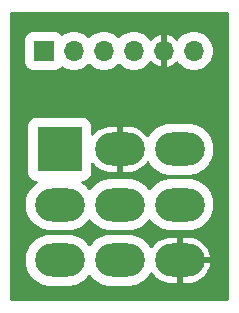
<source format=gbr>
%TF.GenerationSoftware,KiCad,Pcbnew,(6.0.9-0)*%
%TF.CreationDate,2024-05-22T19:22:00+02:00*%
%TF.ProjectId,npnium-switch,6e706e69-756d-42d7-9377-697463682e6b,rev?*%
%TF.SameCoordinates,Original*%
%TF.FileFunction,Copper,L1,Top*%
%TF.FilePolarity,Positive*%
%FSLAX46Y46*%
G04 Gerber Fmt 4.6, Leading zero omitted, Abs format (unit mm)*
G04 Created by KiCad (PCBNEW (6.0.9-0)) date 2024-05-22 19:22:00*
%MOMM*%
%LPD*%
G01*
G04 APERTURE LIST*
%TA.AperFunction,ComponentPad*%
%ADD10R,1.700000X1.700000*%
%TD*%
%TA.AperFunction,ComponentPad*%
%ADD11O,1.700000X1.700000*%
%TD*%
%TA.AperFunction,ComponentPad*%
%ADD12R,3.816000X3.816000*%
%TD*%
%TA.AperFunction,ComponentPad*%
%ADD13O,4.200000X2.800000*%
%TD*%
%TA.AperFunction,ViaPad*%
%ADD14C,0.800000*%
%TD*%
G04 APERTURE END LIST*
D10*
%TO.P,J3,1,Pin_1*%
%TO.N,/Switch/IN*%
X93599000Y-132080000D03*
D11*
%TO.P,J3,2,Pin_2*%
%TO.N,/Switch/FX_IN*%
X96139000Y-132080000D03*
%TO.P,J3,3,Pin_3*%
%TO.N,/Switch/LED_GND*%
X98679000Y-132080000D03*
%TO.P,J3,4,Pin_4*%
%TO.N,/Switch/OUT*%
X101219000Y-132080000D03*
%TO.P,J3,5,Pin_5*%
%TO.N,/Switch/GND*%
X103759000Y-132080000D03*
%TO.P,J3,6,Pin_6*%
%TO.N,/Switch/FX_OUT*%
X106299000Y-132080000D03*
%TD*%
D12*
%TO.P,SW1,1,A*%
%TO.N,/Switch/IN*%
X94920000Y-140400000D03*
D13*
%TO.P,SW1,2,B*%
%TO.N,/Switch/OUT*%
X94920000Y-145100000D03*
%TO.P,SW1,3,C*%
%TO.N,/Switch/FX_OUT*%
X94920000Y-149800000D03*
%TO.P,SW1,4,A*%
%TO.N,/Switch/GND*%
X100000000Y-140400000D03*
%TO.P,SW1,5,B*%
%TO.N,/Switch/FX_IN*%
X100000000Y-145100000D03*
%TO.P,SW1,6,C*%
%TO.N,/Switch/IN*%
X100000000Y-149800000D03*
%TO.P,SW1,7,A*%
%TO.N,unconnected-(SW1-Pad7)*%
X105080000Y-140400000D03*
%TO.P,SW1,8,B*%
%TO.N,/Switch/LED_GND*%
X105080000Y-145100000D03*
%TO.P,SW1,9,C*%
%TO.N,/Switch/GND*%
X105080000Y-149800000D03*
%TD*%
D14*
%TO.N,/Switch/GND*%
X94869000Y-134620000D03*
X92202000Y-130048000D03*
X92202000Y-147447000D03*
X92202000Y-134620000D03*
X97409000Y-130048000D03*
X92202000Y-152527000D03*
%TD*%
%TA.AperFunction,Conductor*%
%TO.N,/Switch/GND*%
G36*
X109179621Y-128782502D02*
G01*
X109226114Y-128836158D01*
X109237500Y-128888500D01*
X109237500Y-153111500D01*
X109217498Y-153179621D01*
X109163842Y-153226114D01*
X109111500Y-153237500D01*
X90888500Y-153237500D01*
X90820379Y-153217498D01*
X90773886Y-153163842D01*
X90762500Y-153111500D01*
X90762500Y-149936102D01*
X92056724Y-149936102D01*
X92057283Y-149940346D01*
X92057283Y-149940350D01*
X92072835Y-150058475D01*
X92095210Y-150228433D01*
X92173014Y-150512836D01*
X92174698Y-150516784D01*
X92197377Y-150569953D01*
X92288696Y-150784048D01*
X92440116Y-151037052D01*
X92624471Y-151267165D01*
X92650076Y-151291463D01*
X92815792Y-151448721D01*
X92838350Y-151470128D01*
X92979346Y-151571444D01*
X93063275Y-151631753D01*
X93077795Y-151642187D01*
X93081590Y-151644196D01*
X93081591Y-151644197D01*
X93124888Y-151667121D01*
X93338377Y-151780158D01*
X93615272Y-151881487D01*
X93903357Y-151944300D01*
X93932950Y-151946629D01*
X94132153Y-151962307D01*
X94132162Y-151962307D01*
X94134610Y-151962500D01*
X95694118Y-151962500D01*
X95696254Y-151962354D01*
X95696265Y-151962354D01*
X95909894Y-151947790D01*
X95909900Y-151947789D01*
X95914171Y-151947498D01*
X95918366Y-151946629D01*
X95918368Y-151946629D01*
X96058535Y-151917602D01*
X96202898Y-151887706D01*
X96480839Y-151789282D01*
X96742851Y-151654047D01*
X96746352Y-151651586D01*
X96746356Y-151651584D01*
X96915008Y-151533053D01*
X96984085Y-151484505D01*
X97200078Y-151283792D01*
X97239522Y-151235602D01*
X97363154Y-151084553D01*
X97421779Y-151044507D01*
X97492748Y-151042514D01*
X97553528Y-151079205D01*
X97558992Y-151085578D01*
X97567563Y-151096276D01*
X97704471Y-151267165D01*
X97730076Y-151291463D01*
X97895792Y-151448721D01*
X97918350Y-151470128D01*
X98059346Y-151571444D01*
X98143275Y-151631753D01*
X98157795Y-151642187D01*
X98161590Y-151644196D01*
X98161591Y-151644197D01*
X98204888Y-151667121D01*
X98418377Y-151780158D01*
X98695272Y-151881487D01*
X98983357Y-151944300D01*
X99012950Y-151946629D01*
X99212153Y-151962307D01*
X99212162Y-151962307D01*
X99214610Y-151962500D01*
X100774118Y-151962500D01*
X100776254Y-151962354D01*
X100776265Y-151962354D01*
X100989894Y-151947790D01*
X100989900Y-151947789D01*
X100994171Y-151947498D01*
X100998366Y-151946629D01*
X100998368Y-151946629D01*
X101138535Y-151917602D01*
X101282898Y-151887706D01*
X101560839Y-151789282D01*
X101822851Y-151654047D01*
X101826352Y-151651586D01*
X101826356Y-151651584D01*
X101995008Y-151533053D01*
X102064085Y-151484505D01*
X102280078Y-151283792D01*
X102319522Y-151235602D01*
X102464117Y-151058941D01*
X102466833Y-151055623D01*
X102570069Y-150887157D01*
X102580544Y-150870064D01*
X102633192Y-150822433D01*
X102703233Y-150810826D01*
X102768431Y-150838929D01*
X102796710Y-150872235D01*
X102801054Y-150879655D01*
X102806211Y-150887157D01*
X102973446Y-151096276D01*
X102979635Y-151102959D01*
X103175305Y-151285743D01*
X103182394Y-151291463D01*
X103402403Y-151444089D01*
X103410236Y-151448721D01*
X103649973Y-151567988D01*
X103658398Y-151571444D01*
X103912845Y-151654857D01*
X103921670Y-151657057D01*
X104186210Y-151702989D01*
X104193828Y-151703836D01*
X104275902Y-151707922D01*
X104279043Y-151708000D01*
X104807885Y-151708000D01*
X104823124Y-151703525D01*
X104824329Y-151702135D01*
X104826000Y-151694452D01*
X104826000Y-151689885D01*
X105334000Y-151689885D01*
X105338475Y-151705124D01*
X105339865Y-151706329D01*
X105347548Y-151708000D01*
X105848053Y-151708000D01*
X105852624Y-151707835D01*
X106051617Y-151693396D01*
X106060626Y-151692082D01*
X106322092Y-151634356D01*
X106330822Y-151631753D01*
X106581215Y-151536888D01*
X106589476Y-151533053D01*
X106823552Y-151403035D01*
X106831177Y-151398045D01*
X107044029Y-151235602D01*
X107050856Y-151229562D01*
X107238026Y-151038096D01*
X107243907Y-151031137D01*
X107401482Y-150814652D01*
X107406302Y-150806906D01*
X107530969Y-150569953D01*
X107534618Y-150561601D01*
X107623778Y-150309124D01*
X107626181Y-150300340D01*
X107671231Y-150071775D01*
X107670052Y-150058862D01*
X107654951Y-150054000D01*
X105352115Y-150054000D01*
X105336876Y-150058475D01*
X105335671Y-150059865D01*
X105334000Y-150067548D01*
X105334000Y-151689885D01*
X104826000Y-151689885D01*
X104826000Y-149527885D01*
X105334000Y-149527885D01*
X105338475Y-149543124D01*
X105339865Y-149544329D01*
X105347548Y-149546000D01*
X107654404Y-149546000D01*
X107668881Y-149541749D01*
X107670944Y-149529488D01*
X107666747Y-149485506D01*
X107665227Y-149476514D01*
X107601584Y-149216429D01*
X107598786Y-149207765D01*
X107498264Y-148959586D01*
X107494242Y-148951412D01*
X107358945Y-148720344D01*
X107353789Y-148712843D01*
X107186554Y-148503724D01*
X107180365Y-148497041D01*
X106984695Y-148314257D01*
X106977606Y-148308537D01*
X106757597Y-148155911D01*
X106749764Y-148151279D01*
X106510027Y-148032012D01*
X106501602Y-148028556D01*
X106247155Y-147945143D01*
X106238330Y-147942943D01*
X105973790Y-147897011D01*
X105966172Y-147896164D01*
X105884098Y-147892078D01*
X105880957Y-147892000D01*
X105352115Y-147892000D01*
X105336876Y-147896475D01*
X105335671Y-147897865D01*
X105334000Y-147905548D01*
X105334000Y-149527885D01*
X104826000Y-149527885D01*
X104826000Y-147910115D01*
X104821525Y-147894876D01*
X104820135Y-147893671D01*
X104812452Y-147892000D01*
X104311947Y-147892000D01*
X104307376Y-147892165D01*
X104108383Y-147906604D01*
X104099374Y-147907918D01*
X103837908Y-147965644D01*
X103829178Y-147968247D01*
X103578785Y-148063112D01*
X103570524Y-148066947D01*
X103336448Y-148196965D01*
X103328823Y-148201955D01*
X103115971Y-148364398D01*
X103109144Y-148370438D01*
X102921974Y-148561904D01*
X102916085Y-148568871D01*
X102790788Y-148741012D01*
X102734528Y-148784317D01*
X102663787Y-148790331D01*
X102601024Y-148757144D01*
X102580801Y-148731568D01*
X102482088Y-148566630D01*
X102482085Y-148566626D01*
X102479884Y-148562948D01*
X102295529Y-148332835D01*
X102157610Y-148201955D01*
X102084759Y-148132822D01*
X102084756Y-148132820D01*
X102081650Y-148129872D01*
X101885345Y-147988812D01*
X101845694Y-147960320D01*
X101845693Y-147960319D01*
X101842205Y-147957813D01*
X101814121Y-147942943D01*
X101752119Y-147910115D01*
X101581623Y-147819842D01*
X101304728Y-147718513D01*
X101016643Y-147655700D01*
X100976009Y-147652502D01*
X100787847Y-147637693D01*
X100787838Y-147637693D01*
X100785390Y-147637500D01*
X99225882Y-147637500D01*
X99223746Y-147637646D01*
X99223735Y-147637646D01*
X99010106Y-147652210D01*
X99010100Y-147652211D01*
X99005829Y-147652502D01*
X99001634Y-147653371D01*
X99001632Y-147653371D01*
X98861465Y-147682398D01*
X98717102Y-147712294D01*
X98439161Y-147810718D01*
X98177149Y-147945953D01*
X98173648Y-147948414D01*
X98173644Y-147948416D01*
X98059617Y-148028556D01*
X97935915Y-148115495D01*
X97719922Y-148316208D01*
X97717208Y-148319524D01*
X97717205Y-148319527D01*
X97556846Y-148515447D01*
X97498221Y-148555493D01*
X97427252Y-148557486D01*
X97366472Y-148520795D01*
X97361008Y-148514422D01*
X97278931Y-148411974D01*
X97215529Y-148332835D01*
X97077610Y-148201955D01*
X97004759Y-148132822D01*
X97004756Y-148132820D01*
X97001650Y-148129872D01*
X96805345Y-147988812D01*
X96765694Y-147960320D01*
X96765693Y-147960319D01*
X96762205Y-147957813D01*
X96734121Y-147942943D01*
X96672119Y-147910115D01*
X96501623Y-147819842D01*
X96224728Y-147718513D01*
X95936643Y-147655700D01*
X95896009Y-147652502D01*
X95707847Y-147637693D01*
X95707838Y-147637693D01*
X95705390Y-147637500D01*
X94145882Y-147637500D01*
X94143746Y-147637646D01*
X94143735Y-147637646D01*
X93930106Y-147652210D01*
X93930100Y-147652211D01*
X93925829Y-147652502D01*
X93921634Y-147653371D01*
X93921632Y-147653371D01*
X93781465Y-147682398D01*
X93637102Y-147712294D01*
X93359161Y-147810718D01*
X93097149Y-147945953D01*
X93093648Y-147948414D01*
X93093644Y-147948416D01*
X92979617Y-148028556D01*
X92855915Y-148115495D01*
X92639922Y-148316208D01*
X92637208Y-148319524D01*
X92637205Y-148319527D01*
X92595535Y-148370438D01*
X92453167Y-148544377D01*
X92299107Y-148795781D01*
X92297381Y-148799714D01*
X92297380Y-148799715D01*
X92230790Y-148951412D01*
X92180591Y-149065768D01*
X92099813Y-149349340D01*
X92058268Y-149641252D01*
X92056724Y-149936102D01*
X90762500Y-149936102D01*
X90762500Y-145236102D01*
X92056724Y-145236102D01*
X92095210Y-145528433D01*
X92173014Y-145812836D01*
X92288696Y-146084048D01*
X92440116Y-146337052D01*
X92624471Y-146567165D01*
X92838350Y-146770128D01*
X93077795Y-146942187D01*
X93338377Y-147080158D01*
X93615272Y-147181487D01*
X93903357Y-147244300D01*
X93932950Y-147246629D01*
X94132153Y-147262307D01*
X94132162Y-147262307D01*
X94134610Y-147262500D01*
X95694118Y-147262500D01*
X95696254Y-147262354D01*
X95696265Y-147262354D01*
X95909894Y-147247790D01*
X95909900Y-147247789D01*
X95914171Y-147247498D01*
X95918366Y-147246629D01*
X95918368Y-147246629D01*
X96058534Y-147217602D01*
X96202898Y-147187706D01*
X96480839Y-147089282D01*
X96742851Y-146954047D01*
X96746352Y-146951586D01*
X96746356Y-146951584D01*
X96863468Y-146869276D01*
X96984085Y-146784505D01*
X97200078Y-146583792D01*
X97363154Y-146384553D01*
X97421779Y-146344507D01*
X97492748Y-146342514D01*
X97553528Y-146379205D01*
X97558992Y-146385578D01*
X97641069Y-146488026D01*
X97704471Y-146567165D01*
X97918350Y-146770128D01*
X98157795Y-146942187D01*
X98418377Y-147080158D01*
X98695272Y-147181487D01*
X98983357Y-147244300D01*
X99012950Y-147246629D01*
X99212153Y-147262307D01*
X99212162Y-147262307D01*
X99214610Y-147262500D01*
X100774118Y-147262500D01*
X100776254Y-147262354D01*
X100776265Y-147262354D01*
X100989894Y-147247790D01*
X100989900Y-147247789D01*
X100994171Y-147247498D01*
X100998366Y-147246629D01*
X100998368Y-147246629D01*
X101138534Y-147217602D01*
X101282898Y-147187706D01*
X101560839Y-147089282D01*
X101822851Y-146954047D01*
X101826352Y-146951586D01*
X101826356Y-146951584D01*
X101943468Y-146869276D01*
X102064085Y-146784505D01*
X102280078Y-146583792D01*
X102443154Y-146384553D01*
X102501779Y-146344507D01*
X102572748Y-146342514D01*
X102633528Y-146379205D01*
X102638992Y-146385578D01*
X102721069Y-146488026D01*
X102784471Y-146567165D01*
X102998350Y-146770128D01*
X103237795Y-146942187D01*
X103498377Y-147080158D01*
X103775272Y-147181487D01*
X104063357Y-147244300D01*
X104092950Y-147246629D01*
X104292153Y-147262307D01*
X104292162Y-147262307D01*
X104294610Y-147262500D01*
X105854118Y-147262500D01*
X105856254Y-147262354D01*
X105856265Y-147262354D01*
X106069894Y-147247790D01*
X106069900Y-147247789D01*
X106074171Y-147247498D01*
X106078366Y-147246629D01*
X106078368Y-147246629D01*
X106218534Y-147217602D01*
X106362898Y-147187706D01*
X106640839Y-147089282D01*
X106902851Y-146954047D01*
X106906352Y-146951586D01*
X106906356Y-146951584D01*
X107023468Y-146869276D01*
X107144085Y-146784505D01*
X107360078Y-146583792D01*
X107546833Y-146355623D01*
X107700893Y-146104219D01*
X107709748Y-146084048D01*
X107817683Y-145838164D01*
X107819409Y-145834232D01*
X107900187Y-145550660D01*
X107941732Y-145258748D01*
X107943276Y-144963898D01*
X107904790Y-144671567D01*
X107826986Y-144387164D01*
X107711304Y-144115952D01*
X107559884Y-143862948D01*
X107375529Y-143632835D01*
X107161650Y-143429872D01*
X106922205Y-143257813D01*
X106661623Y-143119842D01*
X106384728Y-143018513D01*
X106096643Y-142955700D01*
X106056009Y-142952502D01*
X105867847Y-142937693D01*
X105867838Y-142937693D01*
X105865390Y-142937500D01*
X104305882Y-142937500D01*
X104303746Y-142937646D01*
X104303735Y-142937646D01*
X104090106Y-142952210D01*
X104090100Y-142952211D01*
X104085829Y-142952502D01*
X104081634Y-142953371D01*
X104081632Y-142953371D01*
X103941465Y-142982398D01*
X103797102Y-143012294D01*
X103519161Y-143110718D01*
X103257149Y-143245953D01*
X103253648Y-143248414D01*
X103253644Y-143248416D01*
X103204284Y-143283107D01*
X103015915Y-143415495D01*
X102799922Y-143616208D01*
X102797208Y-143619524D01*
X102797205Y-143619527D01*
X102636846Y-143815447D01*
X102578221Y-143855493D01*
X102507252Y-143857486D01*
X102446472Y-143820795D01*
X102441008Y-143814422D01*
X102298206Y-143636177D01*
X102295529Y-143632835D01*
X102081650Y-143429872D01*
X101842205Y-143257813D01*
X101581623Y-143119842D01*
X101304728Y-143018513D01*
X101016643Y-142955700D01*
X100976009Y-142952502D01*
X100787847Y-142937693D01*
X100787838Y-142937693D01*
X100785390Y-142937500D01*
X99225882Y-142937500D01*
X99223746Y-142937646D01*
X99223735Y-142937646D01*
X99010106Y-142952210D01*
X99010100Y-142952211D01*
X99005829Y-142952502D01*
X99001634Y-142953371D01*
X99001632Y-142953371D01*
X98861465Y-142982398D01*
X98717102Y-143012294D01*
X98439161Y-143110718D01*
X98177149Y-143245953D01*
X98173648Y-143248414D01*
X98173644Y-143248416D01*
X98124284Y-143283107D01*
X97935915Y-143415495D01*
X97719922Y-143616208D01*
X97717208Y-143619524D01*
X97717205Y-143619527D01*
X97556846Y-143815447D01*
X97498221Y-143855493D01*
X97427252Y-143857486D01*
X97366472Y-143820795D01*
X97361008Y-143814422D01*
X97218206Y-143636177D01*
X97215529Y-143632835D01*
X97001650Y-143429872D01*
X96905288Y-143360629D01*
X96818314Y-143298131D01*
X96774666Y-143242137D01*
X96768220Y-143171433D01*
X96801023Y-143108469D01*
X96862660Y-143073235D01*
X96878833Y-143070483D01*
X96922968Y-143065903D01*
X96978131Y-143060180D01*
X96978134Y-143060179D01*
X96984990Y-143059468D01*
X96991526Y-143057287D01*
X96991528Y-143057287D01*
X97128992Y-143011425D01*
X97153654Y-143003197D01*
X97304850Y-142909634D01*
X97430466Y-142783799D01*
X97523764Y-142632440D01*
X97552888Y-142544636D01*
X97577575Y-142470209D01*
X97577576Y-142470207D01*
X97579741Y-142463678D01*
X97590500Y-142358666D01*
X97590500Y-141676757D01*
X97610502Y-141608636D01*
X97664158Y-141562143D01*
X97734432Y-141552039D01*
X97799012Y-141581533D01*
X97814903Y-141598063D01*
X97893440Y-141696270D01*
X97899635Y-141702959D01*
X98095305Y-141885743D01*
X98102394Y-141891463D01*
X98322403Y-142044089D01*
X98330236Y-142048721D01*
X98569973Y-142167988D01*
X98578398Y-142171444D01*
X98832845Y-142254857D01*
X98841670Y-142257057D01*
X99106210Y-142302989D01*
X99113828Y-142303836D01*
X99195902Y-142307922D01*
X99199043Y-142308000D01*
X99727885Y-142308000D01*
X99743124Y-142303525D01*
X99744329Y-142302135D01*
X99746000Y-142294452D01*
X99746000Y-142289885D01*
X100254000Y-142289885D01*
X100258475Y-142305124D01*
X100259865Y-142306329D01*
X100267548Y-142308000D01*
X100768053Y-142308000D01*
X100772624Y-142307835D01*
X100971617Y-142293396D01*
X100980626Y-142292082D01*
X101242092Y-142234356D01*
X101250822Y-142231753D01*
X101501215Y-142136888D01*
X101509476Y-142133053D01*
X101743552Y-142003035D01*
X101751177Y-141998045D01*
X101964029Y-141835602D01*
X101970856Y-141829562D01*
X102158026Y-141638096D01*
X102163915Y-141631129D01*
X102289212Y-141458988D01*
X102345472Y-141415683D01*
X102416213Y-141409669D01*
X102478976Y-141442856D01*
X102499199Y-141468432D01*
X102576782Y-141598063D01*
X102600116Y-141637052D01*
X102784471Y-141867165D01*
X102810076Y-141891463D01*
X102975792Y-142048721D01*
X102998350Y-142070128D01*
X103139346Y-142171444D01*
X103223275Y-142231753D01*
X103237795Y-142242187D01*
X103241590Y-142244196D01*
X103241591Y-142244197D01*
X103284888Y-142267121D01*
X103498377Y-142380158D01*
X103523310Y-142389282D01*
X103748058Y-142471528D01*
X103775272Y-142481487D01*
X104063357Y-142544300D01*
X104092950Y-142546629D01*
X104292153Y-142562307D01*
X104292162Y-142562307D01*
X104294610Y-142562500D01*
X105854118Y-142562500D01*
X105856254Y-142562354D01*
X105856265Y-142562354D01*
X106069894Y-142547790D01*
X106069900Y-142547789D01*
X106074171Y-142547498D01*
X106078366Y-142546629D01*
X106078368Y-142546629D01*
X106218535Y-142517602D01*
X106362898Y-142487706D01*
X106640839Y-142389282D01*
X106902851Y-142254047D01*
X106906352Y-142251586D01*
X106906356Y-142251584D01*
X107075008Y-142133053D01*
X107144085Y-142084505D01*
X107360078Y-141883792D01*
X107399522Y-141835602D01*
X107544117Y-141658941D01*
X107546833Y-141655623D01*
X107700893Y-141404219D01*
X107709748Y-141384048D01*
X107817683Y-141138164D01*
X107819409Y-141134232D01*
X107900187Y-140850660D01*
X107941732Y-140558748D01*
X107943276Y-140263898D01*
X107904790Y-139971567D01*
X107826986Y-139687164D01*
X107711304Y-139415952D01*
X107603912Y-139236513D01*
X107562088Y-139166630D01*
X107562085Y-139166626D01*
X107559884Y-139162948D01*
X107375529Y-138932835D01*
X107237610Y-138801955D01*
X107164759Y-138732822D01*
X107164756Y-138732820D01*
X107161650Y-138729872D01*
X106965345Y-138588812D01*
X106925694Y-138560320D01*
X106925693Y-138560319D01*
X106922205Y-138557813D01*
X106894121Y-138542943D01*
X106832119Y-138510115D01*
X106661623Y-138419842D01*
X106523176Y-138369178D01*
X106388759Y-138319988D01*
X106388757Y-138319987D01*
X106384728Y-138318513D01*
X106096643Y-138255700D01*
X106056009Y-138252502D01*
X105867847Y-138237693D01*
X105867838Y-138237693D01*
X105865390Y-138237500D01*
X104305882Y-138237500D01*
X104303746Y-138237646D01*
X104303735Y-138237646D01*
X104090106Y-138252210D01*
X104090100Y-138252211D01*
X104085829Y-138252502D01*
X104081634Y-138253371D01*
X104081632Y-138253371D01*
X103941465Y-138282398D01*
X103797102Y-138312294D01*
X103519161Y-138410718D01*
X103257149Y-138545953D01*
X103253648Y-138548414D01*
X103253644Y-138548416D01*
X103139617Y-138628556D01*
X103015915Y-138715495D01*
X102799922Y-138916208D01*
X102797208Y-138919524D01*
X102797205Y-138919527D01*
X102755535Y-138970438D01*
X102613167Y-139144377D01*
X102601787Y-139162948D01*
X102499456Y-139329936D01*
X102446808Y-139377567D01*
X102376767Y-139389174D01*
X102311569Y-139361071D01*
X102283290Y-139327765D01*
X102278946Y-139320345D01*
X102273789Y-139312843D01*
X102106554Y-139103724D01*
X102100365Y-139097041D01*
X101904695Y-138914257D01*
X101897606Y-138908537D01*
X101677597Y-138755911D01*
X101669764Y-138751279D01*
X101430027Y-138632012D01*
X101421602Y-138628556D01*
X101167155Y-138545143D01*
X101158330Y-138542943D01*
X100893790Y-138497011D01*
X100886172Y-138496164D01*
X100804098Y-138492078D01*
X100800957Y-138492000D01*
X100272115Y-138492000D01*
X100256876Y-138496475D01*
X100255671Y-138497865D01*
X100254000Y-138505548D01*
X100254000Y-142289885D01*
X99746000Y-142289885D01*
X99746000Y-138510115D01*
X99741525Y-138494876D01*
X99740135Y-138493671D01*
X99732452Y-138492000D01*
X99231947Y-138492000D01*
X99227376Y-138492165D01*
X99028383Y-138506604D01*
X99019374Y-138507918D01*
X98757908Y-138565644D01*
X98749178Y-138568247D01*
X98498785Y-138663112D01*
X98490524Y-138666947D01*
X98256448Y-138796965D01*
X98248823Y-138801955D01*
X98035971Y-138964398D01*
X98029144Y-138970438D01*
X97841974Y-139161904D01*
X97836085Y-139168872D01*
X97818371Y-139193208D01*
X97762111Y-139236513D01*
X97691369Y-139242526D01*
X97628607Y-139209339D01*
X97593749Y-139147489D01*
X97590500Y-139119058D01*
X97590500Y-138441334D01*
X97588117Y-138418367D01*
X97580180Y-138341868D01*
X97580179Y-138341864D01*
X97579468Y-138335010D01*
X97572367Y-138313724D01*
X97525515Y-138173294D01*
X97523197Y-138166346D01*
X97429634Y-138015150D01*
X97303799Y-137889534D01*
X97152440Y-137796236D01*
X97145491Y-137793931D01*
X96990209Y-137742425D01*
X96990207Y-137742424D01*
X96983678Y-137740259D01*
X96878666Y-137729500D01*
X92961334Y-137729500D01*
X92958088Y-137729837D01*
X92958084Y-137729837D01*
X92861868Y-137739820D01*
X92861864Y-137739821D01*
X92855010Y-137740532D01*
X92848474Y-137742713D01*
X92848472Y-137742713D01*
X92716723Y-137786668D01*
X92686346Y-137796803D01*
X92535150Y-137890366D01*
X92409534Y-138016201D01*
X92316236Y-138167560D01*
X92313931Y-138174508D01*
X92313931Y-138174509D01*
X92267755Y-138313724D01*
X92260259Y-138336322D01*
X92249500Y-138441334D01*
X92249500Y-142358666D01*
X92249837Y-142361912D01*
X92249837Y-142361916D01*
X92259686Y-142456833D01*
X92260532Y-142464990D01*
X92262713Y-142471526D01*
X92262713Y-142471528D01*
X92286687Y-142543387D01*
X92316803Y-142633654D01*
X92410366Y-142784850D01*
X92536201Y-142910466D01*
X92687560Y-143003764D01*
X92694508Y-143006069D01*
X92694509Y-143006069D01*
X92849791Y-143057575D01*
X92849793Y-143057576D01*
X92856322Y-143059741D01*
X92961158Y-143070482D01*
X92961334Y-143070500D01*
X92961182Y-143071982D01*
X93022657Y-143093467D01*
X93066377Y-143149405D01*
X93072913Y-143220100D01*
X93040191Y-143283107D01*
X93021713Y-143298970D01*
X92855915Y-143415495D01*
X92639922Y-143616208D01*
X92453167Y-143844377D01*
X92299107Y-144095781D01*
X92297381Y-144099714D01*
X92297380Y-144099715D01*
X92288518Y-144119904D01*
X92180591Y-144365768D01*
X92099813Y-144649340D01*
X92058268Y-144941252D01*
X92056724Y-145236102D01*
X90762500Y-145236102D01*
X90762500Y-132980666D01*
X91986500Y-132980666D01*
X91986837Y-132983912D01*
X91986837Y-132983916D01*
X91991258Y-133026520D01*
X91997532Y-133086990D01*
X91999713Y-133093526D01*
X91999713Y-133093528D01*
X92009810Y-133123792D01*
X92053803Y-133255654D01*
X92147366Y-133406850D01*
X92273201Y-133532466D01*
X92424560Y-133625764D01*
X92431508Y-133628069D01*
X92431509Y-133628069D01*
X92586791Y-133679575D01*
X92586793Y-133679576D01*
X92593322Y-133681741D01*
X92698334Y-133692500D01*
X94499666Y-133692500D01*
X94502912Y-133692163D01*
X94502916Y-133692163D01*
X94599132Y-133682180D01*
X94599136Y-133682179D01*
X94605990Y-133681468D01*
X94612526Y-133679287D01*
X94612528Y-133679287D01*
X94744277Y-133635332D01*
X94774654Y-133625197D01*
X94925850Y-133531634D01*
X95043819Y-133413460D01*
X95106100Y-133379381D01*
X95176920Y-133384384D01*
X95198825Y-133395044D01*
X95404677Y-133521191D01*
X95409247Y-133523084D01*
X95409251Y-133523086D01*
X95634596Y-133616427D01*
X95639169Y-133618321D01*
X95679773Y-133628069D01*
X95881156Y-133676417D01*
X95881162Y-133676418D01*
X95885969Y-133677572D01*
X96139000Y-133697486D01*
X96392031Y-133677572D01*
X96396838Y-133676418D01*
X96396844Y-133676417D01*
X96598227Y-133628069D01*
X96638831Y-133618321D01*
X96643404Y-133616427D01*
X96868749Y-133523086D01*
X96868753Y-133523084D01*
X96873323Y-133521191D01*
X97089734Y-133388574D01*
X97282735Y-133223735D01*
X97313189Y-133188078D01*
X97372640Y-133149269D01*
X97443634Y-133148763D01*
X97504811Y-133188078D01*
X97535265Y-133223735D01*
X97728266Y-133388574D01*
X97944677Y-133521191D01*
X97949247Y-133523084D01*
X97949251Y-133523086D01*
X98174596Y-133616427D01*
X98179169Y-133618321D01*
X98219773Y-133628069D01*
X98421156Y-133676417D01*
X98421162Y-133676418D01*
X98425969Y-133677572D01*
X98679000Y-133697486D01*
X98932031Y-133677572D01*
X98936838Y-133676418D01*
X98936844Y-133676417D01*
X99138227Y-133628069D01*
X99178831Y-133618321D01*
X99183404Y-133616427D01*
X99408749Y-133523086D01*
X99408753Y-133523084D01*
X99413323Y-133521191D01*
X99629734Y-133388574D01*
X99822735Y-133223735D01*
X99853189Y-133188078D01*
X99912640Y-133149269D01*
X99983634Y-133148763D01*
X100044811Y-133188078D01*
X100075265Y-133223735D01*
X100268266Y-133388574D01*
X100484677Y-133521191D01*
X100489247Y-133523084D01*
X100489251Y-133523086D01*
X100714596Y-133616427D01*
X100719169Y-133618321D01*
X100759773Y-133628069D01*
X100961156Y-133676417D01*
X100961162Y-133676418D01*
X100965969Y-133677572D01*
X101219000Y-133697486D01*
X101472031Y-133677572D01*
X101476838Y-133676418D01*
X101476844Y-133676417D01*
X101678227Y-133628069D01*
X101718831Y-133618321D01*
X101723404Y-133616427D01*
X101948749Y-133523086D01*
X101948753Y-133523084D01*
X101953323Y-133521191D01*
X102169734Y-133388574D01*
X102362735Y-133223735D01*
X102527574Y-133030734D01*
X102530156Y-133026520D01*
X102530160Y-133026515D01*
X102544617Y-133002923D01*
X102597264Y-132955291D01*
X102667306Y-132943684D01*
X102732503Y-132971787D01*
X102747287Y-132986259D01*
X102802218Y-133049673D01*
X102809580Y-133056883D01*
X102973434Y-133192916D01*
X102981881Y-133198831D01*
X103165756Y-133306279D01*
X103175042Y-133310729D01*
X103374001Y-133386703D01*
X103383899Y-133389579D01*
X103487250Y-133410606D01*
X103501299Y-133409410D01*
X103505000Y-133399065D01*
X103505000Y-133398517D01*
X104013000Y-133398517D01*
X104017064Y-133412359D01*
X104030478Y-133414393D01*
X104037184Y-133413534D01*
X104047262Y-133411392D01*
X104251255Y-133350191D01*
X104260842Y-133346433D01*
X104452095Y-133252739D01*
X104460945Y-133247464D01*
X104634328Y-133123792D01*
X104642193Y-133117145D01*
X104778262Y-132981549D01*
X104840633Y-132947633D01*
X104911440Y-132952821D01*
X104968202Y-132995467D01*
X104974635Y-133004966D01*
X104987840Y-133026515D01*
X104987844Y-133026520D01*
X104990426Y-133030734D01*
X105155265Y-133223735D01*
X105348266Y-133388574D01*
X105564677Y-133521191D01*
X105569247Y-133523084D01*
X105569251Y-133523086D01*
X105794596Y-133616427D01*
X105799169Y-133618321D01*
X105839773Y-133628069D01*
X106041156Y-133676417D01*
X106041162Y-133676418D01*
X106045969Y-133677572D01*
X106299000Y-133697486D01*
X106552031Y-133677572D01*
X106556838Y-133676418D01*
X106556844Y-133676417D01*
X106758227Y-133628069D01*
X106798831Y-133618321D01*
X106803404Y-133616427D01*
X107028749Y-133523086D01*
X107028753Y-133523084D01*
X107033323Y-133521191D01*
X107249734Y-133388574D01*
X107442735Y-133223735D01*
X107607574Y-133030734D01*
X107740191Y-132814323D01*
X107837321Y-132579831D01*
X107896572Y-132333031D01*
X107916486Y-132080000D01*
X107896572Y-131826969D01*
X107837321Y-131580169D01*
X107740191Y-131345677D01*
X107607574Y-131129266D01*
X107442735Y-130936265D01*
X107249734Y-130771426D01*
X107033323Y-130638809D01*
X107028753Y-130636916D01*
X107028749Y-130636914D01*
X106803404Y-130543573D01*
X106803402Y-130543572D01*
X106798831Y-130541679D01*
X106713854Y-130521278D01*
X106556844Y-130483583D01*
X106556838Y-130483582D01*
X106552031Y-130482428D01*
X106299000Y-130462514D01*
X106045969Y-130482428D01*
X106041162Y-130483582D01*
X106041156Y-130483583D01*
X105884146Y-130521278D01*
X105799169Y-130541679D01*
X105794598Y-130543572D01*
X105794596Y-130543573D01*
X105569251Y-130636914D01*
X105569247Y-130636916D01*
X105564677Y-130638809D01*
X105348266Y-130771426D01*
X105155265Y-130936265D01*
X104990426Y-131129266D01*
X104973744Y-131156489D01*
X104973324Y-131157174D01*
X104920676Y-131204805D01*
X104850635Y-131216412D01*
X104785437Y-131188309D01*
X104772698Y-131176139D01*
X104691806Y-131087240D01*
X104684273Y-131080215D01*
X104517139Y-130948222D01*
X104508552Y-130942517D01*
X104322117Y-130839599D01*
X104312705Y-130835369D01*
X104111959Y-130764280D01*
X104101988Y-130761646D01*
X104030837Y-130748972D01*
X104017540Y-130750432D01*
X104013000Y-130764989D01*
X104013000Y-133398517D01*
X103505000Y-133398517D01*
X103505000Y-130763102D01*
X103501082Y-130749758D01*
X103486806Y-130747771D01*
X103448324Y-130753660D01*
X103438288Y-130756051D01*
X103235868Y-130822212D01*
X103226359Y-130826209D01*
X103037463Y-130924542D01*
X103028738Y-130930036D01*
X102858433Y-131057905D01*
X102850726Y-131064748D01*
X102742783Y-131177704D01*
X102681259Y-131213134D01*
X102610346Y-131209677D01*
X102552560Y-131168431D01*
X102544257Y-131156489D01*
X102530159Y-131133484D01*
X102530156Y-131133480D01*
X102527574Y-131129266D01*
X102362735Y-130936265D01*
X102169734Y-130771426D01*
X101953323Y-130638809D01*
X101948753Y-130636916D01*
X101948749Y-130636914D01*
X101723404Y-130543573D01*
X101723402Y-130543572D01*
X101718831Y-130541679D01*
X101633854Y-130521278D01*
X101476844Y-130483583D01*
X101476838Y-130483582D01*
X101472031Y-130482428D01*
X101219000Y-130462514D01*
X100965969Y-130482428D01*
X100961162Y-130483582D01*
X100961156Y-130483583D01*
X100804146Y-130521278D01*
X100719169Y-130541679D01*
X100714598Y-130543572D01*
X100714596Y-130543573D01*
X100489251Y-130636914D01*
X100489247Y-130636916D01*
X100484677Y-130638809D01*
X100268266Y-130771426D01*
X100075265Y-130936265D01*
X100072057Y-130940021D01*
X100044811Y-130971922D01*
X99985360Y-131010731D01*
X99914366Y-131011237D01*
X99853189Y-130971922D01*
X99825943Y-130940021D01*
X99822735Y-130936265D01*
X99629734Y-130771426D01*
X99413323Y-130638809D01*
X99408753Y-130636916D01*
X99408749Y-130636914D01*
X99183404Y-130543573D01*
X99183402Y-130543572D01*
X99178831Y-130541679D01*
X99093854Y-130521278D01*
X98936844Y-130483583D01*
X98936838Y-130483582D01*
X98932031Y-130482428D01*
X98679000Y-130462514D01*
X98425969Y-130482428D01*
X98421162Y-130483582D01*
X98421156Y-130483583D01*
X98264146Y-130521278D01*
X98179169Y-130541679D01*
X98174598Y-130543572D01*
X98174596Y-130543573D01*
X97949251Y-130636914D01*
X97949247Y-130636916D01*
X97944677Y-130638809D01*
X97728266Y-130771426D01*
X97535265Y-130936265D01*
X97532057Y-130940021D01*
X97504811Y-130971922D01*
X97445360Y-131010731D01*
X97374366Y-131011237D01*
X97313189Y-130971922D01*
X97285943Y-130940021D01*
X97282735Y-130936265D01*
X97089734Y-130771426D01*
X96873323Y-130638809D01*
X96868753Y-130636916D01*
X96868749Y-130636914D01*
X96643404Y-130543573D01*
X96643402Y-130543572D01*
X96638831Y-130541679D01*
X96553854Y-130521278D01*
X96396844Y-130483583D01*
X96396838Y-130483582D01*
X96392031Y-130482428D01*
X96139000Y-130462514D01*
X95885969Y-130482428D01*
X95881162Y-130483582D01*
X95881156Y-130483583D01*
X95724146Y-130521278D01*
X95639169Y-130541679D01*
X95634598Y-130543572D01*
X95634596Y-130543573D01*
X95409251Y-130636914D01*
X95409247Y-130636916D01*
X95404677Y-130638809D01*
X95198946Y-130764881D01*
X95130414Y-130783419D01*
X95062737Y-130761963D01*
X95044094Y-130746621D01*
X94929978Y-130632704D01*
X94924799Y-130627534D01*
X94773440Y-130534236D01*
X94766491Y-130531931D01*
X94611209Y-130480425D01*
X94611207Y-130480424D01*
X94604678Y-130478259D01*
X94499666Y-130467500D01*
X92698334Y-130467500D01*
X92695088Y-130467837D01*
X92695084Y-130467837D01*
X92598868Y-130477820D01*
X92598864Y-130477821D01*
X92592010Y-130478532D01*
X92585474Y-130480713D01*
X92585472Y-130480713D01*
X92581495Y-130482040D01*
X92423346Y-130534803D01*
X92272150Y-130628366D01*
X92146534Y-130754201D01*
X92053236Y-130905560D01*
X92050931Y-130912508D01*
X92050931Y-130912509D01*
X92000435Y-131064748D01*
X91997259Y-131074322D01*
X91986500Y-131179334D01*
X91986500Y-132980666D01*
X90762500Y-132980666D01*
X90762500Y-128888500D01*
X90782502Y-128820379D01*
X90836158Y-128773886D01*
X90888500Y-128762500D01*
X109111500Y-128762500D01*
X109179621Y-128782502D01*
G37*
%TD.AperFunction*%
%TD*%
M02*

</source>
